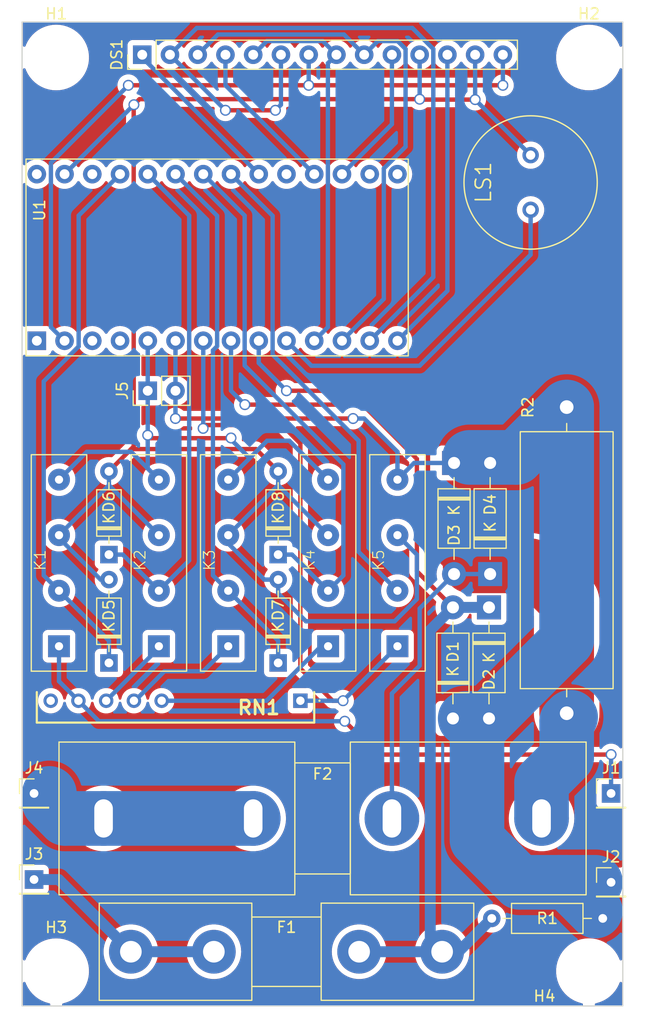
<source format=kicad_pcb>
(kicad_pcb (version 20221018) (generator pcbnew)
  (layers (0 "F.Cu" signal) (31 "B.Cu" signal) (34 "B.Paste" user) (35 "F.Paste" user) (36 "B.SilkS" user "B.Silkscreen") (37 "F.SilkS" user "F.Silkscreen") (38 "B.Mask" user) (39 "F.Mask" user) (44 "Edge.Cuts" user))
  (net 0 "")
  (net 1 "+3.3V")
  (net 2 "GND")
  (net 7 "Net-(U1-A5)")
  (net 13 "/Input Common")
  (net 14 "/mA ADC In")
  (net 15 "/A ADC In")
  (net 16 "/TOUCH IRQ")
  (net 17 "/MISO")
  (net 18 "/MOSI")
  (net 19 "/TOUCH CS")
  (net 20 "/SCK")
  (net 21 "/TFT DC")
  (net 22 "/TFT CS")
  (net 23 "/mA In")
  (net 24 "/A In")
  (net 25 "/V{slash}Ohm In")
  (net 26 "/V{slash}Ohm ADC In")
  (net 27 "/Low Range Control")
  (net 28 "/Med Range Control")
  (net 29 "/High Range Control")
  (net 30 "/UH Range Control")
  (net 31 "/Ohm Vout")
  (net 32 "/V{slash}Ohm Control")
  (net 33 "Net-(K2-COM)")
  (net 34 "Net-(K3-COM)")
  (net 35 "Net-(K4-COM)")
  (footprint "502ProjectFootprints:SIL03-1A72-71_4" (layer "F.Cu") (at 195.326 102.616 90)
    (fp_text reference "K3" (at 0.254 -1.73 90 unlocked) (layer "F.SilkS") (effects (font (thickness 0.1))))
    (fp_text value "High Range")
    (fp_rect (start -9.9 -2.54) (end 9.9 2.54) (stroke (width 0.12)) (fill none) (layer "F.SilkS"))
    (pad "1" thru_hole rect (at -7.62 0 90) (size 2 2) (drill 0.75) (layers "*.Cu" "*.Mask") (net 34 "Net-(K3-COM)"))
    (pad "3" thru_hole circle (at -2.54 0 90) (size 2 2) (drill 0.75) (layers "*.Cu" "*.Mask" "Eco1.User") (net 29 "/High Range Control"))
    (pad "5" thru_hole circle (at 2.54 0 90) (size 2 2) (drill 0.75) (layers "*.Cu" "*.Mask") (net 2 "GND"))
    (pad "7" thru_hole circle (at 7.62 0 90) (size 2 2) (drill 0.75) (layers "*.Cu" "*.Mask") (net 26 "/V{slash}Ohm ADC In"))
  )
  (footprint "502ProjectFootprints:MountingHole_3mm" (layer "F.Cu") (at 228.346 139.954)
    (fp_text reference "H4" (at -4.064 2.286) (layer "F.SilkS"))
    (fp_text value "MountingHole")
    (pad "" np_thru_hole circle (at 0 0) (size 3 3) (drill 3) (layers "F&B.Cu" "*.Mask") (clearance 1.5))
  )
  (footprint "Diode_THT:D_DO-35_SOD27_P7.62mm_Horizontal" (layer "F.Cu") (at 184.404 101.854 90)
    (fp_text reference "D6" (at 4.826 0 90) (layer "F.SilkS"))
    (fp_text value "1N4148")
    (fp_text user "K" (at 3.302 0 90) (layer "F.SilkS"))
    (fp_line (start 1.04 0) (end 1.69 0) (stroke (width 0.12)) (layer "F.SilkS"))
    (fp_line (start 1.69 -1.12) (end 1.69 1.12) (stroke (width 0.12)) (layer "F.SilkS"))
    (fp_line (start 1.69 1.12) (end 5.93 1.12) (stroke (width 0.12)) (layer "F.SilkS"))
    (fp_line (start 2.29 -1.12) (end 2.29 1.12) (stroke (width 0.12)) (layer "F.SilkS"))
    (fp_line (start 2.41 -1.12) (end 2.41 1.12) (stroke (width 0.12)) (layer "F.SilkS"))
    (fp_line (start 2.53 -1.12) (end 2.53 1.12) (stroke (width 0.12)) (layer "F.SilkS"))
    (fp_line (start 5.93 -1.12) (end 1.69 -1.12) (stroke (width 0.12)) (layer "F.SilkS"))
    (fp_line (start 5.93 1.12) (end 5.93 -1.12) (stroke (width 0.12)) (layer "F.SilkS"))
    (fp_line (start 6.58 0) (end 5.93 0) (stroke (width 0.12)) (layer "F.SilkS"))
    (pad "1" thru_hole rect (at 0 0 90) (size 1.6 1.6) (drill 0.8) (layers "*.Cu" "*.Mask") (net 28 "/Med Range Control"))
    (pad "2" thru_hole oval (at 7.62 0 90) (size 1.6 1.6) (drill 0.8) (layers "*.Cu" "*.Mask") (net 2 "GND"))
  )
  (footprint "502ProjectFootprints:PinHeader_1x01_P2.54mm_Vertical_H0.8mm" (layer "F.Cu") (at 177.546 123.698)
    (fp_text reference "J4" (at 0 -2.33) (layer "F.SilkS"))
    (fp_text value "A")
    (fp_line (start -1.33 -1.33) (end 0 -1.33) (stroke (width 0.12)) (layer "F.SilkS"))
    (fp_line (start -1.33 0) (end -1.33 -1.33) (stroke (width 0.12)) (layer "F.SilkS"))
    (fp_line (start -1.33 1.27) (end -1.33 1.33) (stroke (width 0.12)) (layer "F.SilkS"))
    (fp_line (start -1.33 1.27) (end 1.33 1.27) (stroke (width 0.12)) (layer "F.SilkS"))
    (fp_line (start -1.33 1.33) (end 1.33 1.33) (stroke (width 0.12)) (layer "F.SilkS"))
    (fp_line (start 1.33 1.27) (end 1.33 1.33) (stroke (width 0.12)) (layer "F.SilkS"))
    (pad "1" thru_hole rect (at 0 0) (size 1.7 1.7) (drill 0.8) (layers "*.Cu" "*.Mask") (net 24 "/A In"))
  )
  (footprint "Diode_THT:D_DO-41_SOD81_P10.16mm_Horizontal" (layer "F.Cu") (at 219.202 106.68 -90)
    (fp_text reference "D2" (at 6.604 0 90) (layer "F.SilkS"))
    (fp_text value "1N4001")
    (fp_text user "K" (at 4.572 0 90) (layer "F.SilkS"))
    (fp_line (start 1.34 0) (end 2.36 0) (stroke (width 0.12)) (layer "F.SilkS"))
    (fp_line (start 2.36 -1.47) (end 2.36 1.47) (stroke (width 0.12)) (layer "F.SilkS"))
    (fp_line (start 2.36 1.47) (end 7.8 1.47) (stroke (width 0.12)) (layer "F.SilkS"))
    (fp_line (start 3.14 -1.47) (end 3.14 1.47) (stroke (width 0.12)) (layer "F.SilkS"))
    (fp_line (start 3.26 -1.47) (end 3.26 1.47) (stroke (width 0.12)) (layer "F.SilkS"))
    (fp_line (start 3.38 -1.47) (end 3.38 1.47) (stroke (width 0.12)) (layer "F.SilkS"))
    (fp_line (start 7.8 -1.47) (end 2.36 -1.47) (stroke (width 0.12)) (layer "F.SilkS"))
    (fp_line (start 7.8 1.47) (end 7.8 -1.47) (stroke (width 0.12)) (layer "F.SilkS"))
    (fp_line (start 8.82 0) (end 7.8 0) (stroke (width 0.12)) (layer "F.SilkS"))
    (pad "1" thru_hole rect (at 0 0 270) (size 2.2 2.2) (drill 1.1) (layers "*.Cu" "*.Mask") (net 14 "/mA ADC In"))
    (pad "2" thru_hole oval (at 10.16 0 270) (size 2.2 2.2) (drill 1.1) (layers "*.Cu" "*.Mask") (net 13 "/Input Common"))
  )
  (footprint "502ProjectFootprints:SIL03-1A72-71_4" (layer "F.Cu") (at 210.82 102.616 90)
    (fp_text reference "K5" (at 0.254 -1.73 90 unlocked) (layer "F.SilkS") (effects (font (thickness 0.1))))
    (fp_text value "V/Ohm Switch")
    (fp_rect (start -9.9 -2.54) (end 9.9 2.54) (stroke (width 0.12)) (fill none) (layer "F.SilkS"))
    (pad "1" thru_hole rect (at -7.62 0 90) (size 2 2) (drill 0.75) (layers "*.Cu" "*.Mask") (net 31 "/Ohm Vout"))
    (pad "3" thru_hole circle (at -2.54 0 90) (size 2 2) (drill 0.75) (layers "*.Cu" "*.Mask" "Eco1.User") (net 32 "/V{slash}Ohm Control"))
    (pad "5" thru_hole circle (at 2.54 0 90) (size 2 2) (drill 0.75) (layers "*.Cu" "*.Mask") (net 2 "GND"))
    (pad "7" thru_hole circle (at 7.62 0 90) (size 2 2) (drill 0.75) (layers "*.Cu" "*.Mask") (net 13 "/Input Common"))
  )
  (footprint "Diode_THT:D_DO-41_SOD81_P10.16mm_Horizontal" (layer "F.Cu") (at 215.9 116.84 90)
    (fp_text reference "D1" (at 6.096 0 90) (layer "F.SilkS"))
    (fp_text value "1N4001")
    (fp_text user "K" (at 4.318 0 90) (layer "F.SilkS"))
    (fp_line (start 1.34 0) (end 2.36 0) (stroke (width 0.12)) (layer "F.SilkS"))
    (fp_line (start 2.36 -1.47) (end 2.36 1.47) (stroke (width 0.12)) (layer "F.SilkS"))
    (fp_line (start 2.36 1.47) (end 7.8 1.47) (stroke (width 0.12)) (layer "F.SilkS"))
    (fp_line (start 3.14 -1.47) (end 3.14 1.47) (stroke (width 0.12)) (layer "F.SilkS"))
    (fp_line (start 3.26 -1.47) (end 3.26 1.47) (stroke (width 0.12)) (layer "F.SilkS"))
    (fp_line (start 3.38 -1.47) (end 3.38 1.47) (stroke (width 0.12)) (layer "F.SilkS"))
    (fp_line (start 7.8 -1.47) (end 2.36 -1.47) (stroke (width 0.12)) (layer "F.SilkS"))
    (fp_line (start 7.8 1.47) (end 7.8 -1.47) (stroke (width 0.12)) (layer "F.SilkS"))
    (fp_line (start 8.82 0) (end 7.8 0) (stroke (width 0.12)) (layer "F.SilkS"))
    (pad "1" thru_hole rect (at 0 0 90) (size 2.2 2.2) (drill 1.1) (layers "*.Cu" "*.Mask") (net 13 "/Input Common"))
    (pad "2" thru_hole oval (at 10.16 0 90) (size 2.2 2.2) (drill 1.1) (layers "*.Cu" "*.Mask") (net 14 "/mA ADC In"))
  )
  (footprint "502ProjectFootprints:PinHeader_1x01_P2.54mm_Vertical_H0.8mm" (layer "F.Cu") (at 177.546 131.572)
    (fp_text reference "J3" (at 0 -2.33) (layer "F.SilkS"))
    (fp_text value "mA")
    (fp_line (start -1.33 -1.33) (end 0 -1.33) (stroke (width 0.12)) (layer "F.SilkS"))
    (fp_line (start -1.33 0) (end -1.33 -1.33) (stroke (width 0.12)) (layer "F.SilkS"))
    (fp_line (start -1.33 1.27) (end -1.33 1.33) (stroke (width 0.12)) (layer "F.SilkS"))
    (fp_line (start -1.33 1.27) (end 1.33 1.27) (stroke (width 0.12)) (layer "F.SilkS"))
    (fp_line (start -1.33 1.33) (end 1.33 1.33) (stroke (width 0.12)) (layer "F.SilkS"))
    (fp_line (start 1.33 1.27) (end 1.33 1.33) (stroke (width 0.12)) (layer "F.SilkS"))
    (pad "1" thru_hole rect (at 0 0) (size 1.7 1.7) (drill 0.8) (layers "*.Cu" "*.Mask") (net 23 "/mA In"))
  )
  (footprint "502ProjectFootprints:LF124061_2" (layer "F.Cu") (at 200.66 138.176)
    (fp_text reference "F1" (at 0 -2.238 unlocked) (layer "F.SilkS"))
    (fp_text value "250mA Fuse")
    (fp_line (start -3.175 -3.175) (end 3.175 -3.175) (stroke (width 0.12)) (layer "F.SilkS"))
    (fp_line (start 3.175 3.175) (end -3.175 3.175) (stroke (width 0.12)) (layer "F.SilkS"))
    (fp_rect (start -17.145 -4.445) (end -3.175 4.445) (stroke (width 0.12)) (fill none) (layer "F.SilkS"))
    (fp_rect (start 3.175 -4.445) (end 17.145 4.445) (stroke (width 0.12)) (fill none) (layer "F.SilkS"))
    (pad "1" thru_hole circle (at -14.25 0) (size 4 4) (drill 1.98) (layers "*.Cu" "*.Mask") (net 23 "/mA In"))
    (pad "2" thru_hole circle (at -6.65 0) (size 4 4) (drill 1.98) (layers "*.Cu" "*.Mask") (net 23 "/mA In"))
    (pad "3" thru_hole circle (at 6.65 0) (size 4 4) (drill 1.98) (layers "*.Cu" "*.Mask") (net 14 "/mA ADC In"))
    (pad "4" thru_hole circle (at 14.25 0) (size 4 4) (drill 1.98) (layers "*.Cu" "*.Mask") (net 14 "/mA ADC In"))
  )
  (footprint "502ProjectFootprints:MountingHole_3mm" (layer "F.Cu") (at 179.578 139.954)
    (fp_text reference "H3" (at 0 -4) (layer "F.SilkS"))
    (fp_text value "MountingHole")
    (pad "" np_thru_hole circle (at 0 0) (size 3 3) (drill 3) (layers "F&B.Cu" "*.Mask") (clearance 1.5))
  )
  (footprint "502ProjectFootprints:LOB-1528272_3" (layer "F.Cu") (at 226.314 102.362 90)
    (fp_text reference "R2" (at 13.97 -3.556 90 unlocked) (layer "F.SilkS"))
    (fp_text value "0.05 Ohm")
    (fp_line (start -11.75 0) (end -12.5 0) (stroke (width 0.12)) (layer "F.SilkS"))
    (fp_line (start 11.75 0) (end 12.5 0) (stroke (width 0.12)) (layer "F.SilkS"))
    (fp_rect (start -11.75 -4.25) (end 11.75 4.25) (stroke (width 0.12)) (fill none) (layer "F.SilkS"))
    (pad "1" thru_hole circle (at -14 0 90) (size 3 3) (drill 1.25) (layers "*.Cu" "*.Mask") (net 15 "/A ADC In"))
    (pad "2" thru_hole circle (at 14 0 90) (size 3 3) (drill 1.25) (layers "*.Cu" "*.Mask") (net 13 "/Input Common"))
  )
  (footprint "502ProjectFootprints:MountingHole_3mm" (layer "F.Cu") (at 179.578 56.388)
    (fp_text reference "H1" (at 0 -4) (layer "F.SilkS"))
    (fp_text value "MountingHole")
    (pad "" np_thru_hole circle (at 0 0) (size 3 3) (drill 3) (layers "F&B.Cu" "*.Mask") (clearance 1.5))
  )
  (footprint "502ProjectFootprints:PinHeader_1x01_P2.54mm_Vertical_H0.8mm" (layer "F.Cu") (at 230.378 123.698)
    (fp_text reference "J1" (at 0 -2.33) (layer "F.SilkS"))
    (fp_text value "V/Ohm")
    (fp_line (start -1.33 -1.33) (end 0 -1.33) (stroke (width 0.12)) (layer "F.SilkS"))
    (fp_line (start -1.33 0) (end -1.33 -1.33) (stroke (width 0.12)) (layer "F.SilkS"))
    (fp_line (start -1.33 1.27) (end -1.33 1.33) (stroke (width 0.12)) (layer "F.SilkS"))
    (fp_line (start -1.33 1.27) (end 1.33 1.27) (stroke (width 0.12)) (layer "F.SilkS"))
    (fp_line (start -1.33 1.33) (end 1.33 1.33) (stroke (width 0.12)) (layer "F.SilkS"))
    (fp_line (start 1.33 1.27) (end 1.33 1.33) (stroke (width 0.12)) (layer "F.SilkS"))
    (pad "1" thru_hole rect (at 0 0) (size 1.7 1.7) (drill 0.8) (layers "*.Cu" "*.Mask") (net 25 "/V{slash}Ohm In"))
  )
  (footprint "Resistor_THT:R_Axial_DIN0207_L6.3mm_D2.5mm_P10.16mm_Horizontal" (layer "F.Cu") (at 219.456 135.128)
    (fp_text reference "R1" (at 5.08 0) (layer "F.SilkS"))
    (fp_text value "5 Ohm")
    (fp_line (start 1.04 0) (end 1.81 0) (stroke (width 0.12)) (layer "F.SilkS"))
    (fp_line (start 1.81 -1.37) (end 1.81 1.37) (stroke (width 0.12)) (layer "F.SilkS"))
    (fp_line (start 1.81 1.37) (end 8.35 1.37) (stroke (width 0.12)) (layer "F.SilkS"))
    (fp_line (start 8.35 -1.37) (end 1.81 -1.37) (stroke (width 0.12)) (layer "F.SilkS"))
    (fp_line (start 8.35 1.37) (end 8.35 -1.37) (stroke (width 0.12)) (layer "F.SilkS"))
    (fp_line (start 9.12 0) (end 8.35 0) (stroke (width 0.12)) (layer "F.SilkS"))
    (pad "1" thru_hole circle (at 0 0) (size 1.6 1.6) (drill 0.8) (layers "*.Cu" "*.Mask") (net 14 "/mA ADC In"))
    (pad "2" thru_hole oval (at 10.16 0) (size 1.6 1.6) (drill 0.8) (layers "*.Cu" "*.Mask") (net 13 "/Input Common"))
  )
  (footprint "502ProjectFootprints:PinHeader_1x01_P2.54mm_Vertical_H0.8mm" (layer "F.Cu") (at 230.378 131.826)
    (fp_text reference "J2" (at 0 -2.33) (layer "F.SilkS"))
    (fp_text value "Com")
    (fp_line (start -1.33 -1.33) (end 0 -1.33) (stroke (width 0.12)) (layer "F.SilkS"))
    (fp_line (start -1.33 0) (end -1.33 -1.33) (stroke (width 0.12)) (layer "F.SilkS"))
    (fp_line (start -1.33 1.27) (end -1.33 1.33) (stroke (width 0.12)) (layer "F.SilkS"))
    (fp_line (start -1.33 1.27) (end 1.33 1.27) (stroke (width 0.12)) (layer "F.SilkS"))
    (fp_line (start -1.33 1.33) (end 1.33 1.33) (stroke (width 0.12)) (layer "F.SilkS"))
    (fp_line (start 1.33 1.27) (end 1.33 1.33) (stroke (width 0.12)) (layer "F.SilkS"))
    (pad "1" thru_hole rect (at 0 0) (size 1.7 1.7) (drill 0.8) (layers "*.Cu" "*.Mask") (net 13 "/Input Common"))
  )
  (footprint "502ProjectFootprints:LF124041_3" (layer "F.Cu") (at 203.962 125.984)
    (fp_text reference "F2" (at 0 -4.064 unlocked) (layer "F.SilkS"))
    (fp_text value "10A Fuse")
    (fp_rect (start -24.13 -6.985) (end -2.54 6.985) (stroke (width 0.12)) (fill none) (layer "F.SilkS"))
    (fp_rect (start -2.54 -5.08) (end 2.54 5.08) (stroke (width 0.12)) (fill none) (layer "F.SilkS"))
    (fp_rect (start 24.13 -6.985) (end 2.54 6.985) (stroke (width 0.12)) (fill none) (layer "F.SilkS"))
    (pad "1" thru_hole circle (at -20.05 0) (size 5 5) (drill oval 1.7 3.5) (layers "*.Cu" "*.Mask") (net 24 "/A In"))
    (pad "2" thru_hole circle (at -6.35 0) (size 5 5) (drill oval 1.7 3.5) (layers "*.Cu" "*.Mask") (net 24 "/A In"))
    (pad "3" thru_hole circle (at 6.35 0) (size 5 5) (drill oval 1.7 3.5) (layers "*.Cu" "*.Mask") (net 15 "/A ADC In"))
    (pad "4" thru_hole circle (at 20.05 0) (size 5 5) (drill oval 1.7 3.5) (layers "*.Cu" "*.Mask") (net 15 "/A ADC In"))
  )
  (footprint "Diode_THT:D_DO-35_SOD27_P7.62mm_Horizontal" (layer "F.Cu") (at 199.898 101.854 90)
    (fp_text reference "D8" (at 4.826 0 90) (layer "F.SilkS"))
    (fp_text value "1N4148")
    (fp_text user "K" (at 3.302 0 90) (layer "F.SilkS"))
    (fp_line (start 1.04 0) (end 1.69 0) (stroke (width 0.12)) (layer "F.SilkS"))
    (fp_line (start 1.69 -1.12) (end 1.69 1.12) (stroke (width 0.12)) (layer "F.SilkS"))
    (fp_line (start 1.69 1.12) (end 5.93 1.12) (stroke (width 0.12)) (layer "F.SilkS"))
    (fp_line (start 2.29 -1.12) (end 2.29 1.12) (stroke (width 0.12)) (layer "F.SilkS"))
    (fp_line (start 2.41 -1.12) (end 2.41 1.12) (stroke (width 0.12)) (layer "F.SilkS"))
    (fp_line (start 2.53 -1.12) (end 2.53 1.12) (stroke (width 0.12)) (layer "F.SilkS"))
    (fp_line (start 5.93 -1.12) (end 1.69 -1.12) (stroke (width 0.12)) (layer "F.SilkS"))
    (fp_line (start 5.93 1.12) (end 5.93 -1.12) (stroke (width 0.12)) (layer "F.SilkS"))
    (fp_line (start 6.58 0) (end 5.93 0) (stroke (width 0.12)) (layer "F.SilkS"))
    (pad "1" thru_hole rect (at 0 0 90) (size 1.6 1.6) (drill 0.8) (layers "*.Cu" "*.Mask") (net 30 "/UH Range Control"))
    (pad "2" thru_hole oval (at 7.62 0 90) (size 1.6 1.6) (drill 0.8) (layers "*.Cu" "*.Mask") (net 2 "GND"))
  )
  (footprint "Diode_THT:D_DO-35_SOD27_P7.62mm_Horizontal" (layer "F.Cu") (at 199.898 111.76 90)
    (fp_text reference "D7" (at 4.826 0 90) (layer "F.SilkS"))
    (fp_text value "1N4148")
    (fp_text user "K" (at 3.302 0 90) (layer "F.SilkS"))
    (fp_line (start 1.04 0) (end 1.69 0) (stroke (width 0.12)) (layer "F.SilkS"))
    (fp_line (start 1.69 -1.12) (end 1.69 1.12) (stroke (width 0.12)) (layer "F.SilkS"))
    (fp_line (start 1.69 1.12) (end 5.93 1.12) (stroke (width 0.12)) (layer "F.SilkS"))
    (fp_line (start 2.29 -1.12) (end 2.29 1.12) (stroke (width 0.12)) (layer "F.SilkS"))
    (fp_line (start 2.41 -1.12) (end 2.41 1.12) (stroke (width 0.12)) (layer "F.SilkS"))
    (fp_line (start 2.53 -1.12) (end 2.53 1.12) (stroke (width 0.12)) (layer "F.SilkS"))
    (fp_line (start 5.93 -1.12) (end 1.69 -1.12) (stroke (width 0.12)) (layer "F.SilkS"))
    (fp_line (start 5.93 1.12) (end 5.93 -1.12) (stroke (width 0.12)) (layer "F.SilkS"))
    (fp_line (start 6.58 0) (end 5.93 0) (stroke (width 0.12)) (layer "F.SilkS"))
    (pad "1" thru_hole rect (at 0 0 90) (size 1.6 1.6) (drill 0.8) (layers "*.Cu" "*.Mask") (net 29 "/High Range Control"))
    (pad "2" thru_hole oval (at 7.62 0 90) (size 1.6 1.6) (drill 0.8) (layers "*.Cu" "*.Mask") (net 2 "GND"))
  )
  (footprint "502ProjectFootprints:SIL03-1A72-71_4" (layer "F.Cu") (at 179.832 102.616 90)
    (fp_text reference "K1" (at 0.254 -1.73 90 unlocked) (layer "F.SilkS") (effects (font (thickness 0.1))))
    (fp_text value "Low Range")
    (fp_rect (start -9.9 -2.54) (end 9.9 2.54) (stroke (width 0.12)) (fill none) (layer "F.SilkS"))
    (pad "1" thru_hole rect (at -7.62 0 90) (size 2 2) (drill 0.75) (layers "*.Cu" "*.Mask") (net 25 "/V{slash}Ohm In"))
    (pad "3" thru_hole circle (at -2.54 0 90) (size 2 2) (drill 0.75) (layers "*.Cu" "*.Mask" "Eco1.User") (net 27 "/Low Range Control"))
    (pad "5" thru_hole circle (at 2.54 0 90) (size 2 2) (drill 0.75) (layers "*.Cu" "*.Mask") (net 2 "GND"))
    (pad "7" thru_hole circle (at 7.62 0 90) (size 2 2) (drill 0.75) (layers "*.Cu" "*.Mask") (net 26 "/V{slash}Ohm ADC In"))
  )
  (footprint "502ProjectFootprints:PinHeader_1x02_P2.54mm_Vertical_H0.9mm" (layer "F.Cu") (at 187.955 86.868 90)
    (fp_text reference "J5" (at 0 -2.33 90) (layer "F.SilkS"))
    (fp_text value "Parallel Prot")
    (fp_line (start -1.33 -1.33) (end 0 -1.33) (stroke (width 0.12)) (layer "F.SilkS"))
    (fp_line (start -1.33 0) (end -1.33 -1.33) (stroke (width 0.12)) (layer "F.SilkS"))
    (fp_line (start -1.33 1.27) (end -1.33 3.87) (stroke (width 0.12)) (layer "F.SilkS"))
    (fp_line (start -1.33 1.27) (end 1.33 1.27) (stroke (width 0.12)) (layer "F.SilkS"))
    (fp_line (start -1.33 3.87) (end 1.33 3.87) (stroke (width 0.12)) (layer "F.SilkS"))
    (fp_line (start 1.33 1.27) (end 1.33 3.87) (stroke (width 0.12)) (layer "F.SilkS"))
    (pad "1" thru_hole rect (at 0 0 90) (size 1.7 1.7) (drill 0.9) (layers "*.Cu" "*.Mask") (net 26 "/V{slash}Ohm ADC In"))
    (pad "2" thru_hole oval (at 0 2.54 90) (size 1.7 1.7) (drill 0.9) (layers "*.Cu" "*.Mask") (net 13 "/Input Common"))
  )
  (footprint "502ProjectFootprints:PinHeader_1x14_P2.54mm_Vertical_H0.9mm" (layer "F.Cu") (at 187.452 56.134 90)
    (fp_text reference "DS1" (at 0 -2.33 90) (layer "F.SilkS"))
    (fp_text value "TFT_Interface")
    (fp_line (start -1.33 -1.33) (end 0 -1.33) (stroke (width 0.12)) (layer "F.SilkS"))
    (fp_line (start -1.33 0) (end -1.33 -1.33) (stroke (width 0.12)) (layer "F.SilkS"))
    (fp_line (start -1.33 1.27) (end -1.33 34.35) (stroke (width 0.12)) (layer "F.SilkS"))
    (fp_line (start -1.33 1.27) (end 1.33 1.27) (stroke (width 0.12)) (layer "F.SilkS"))
    (fp_line (start -1.33 34.35) (end 1.33 34.35) (stroke (width 0.12)) (layer "F.SilkS"))
    (fp_line (start 1.33 1.27) (end 1.33 34.35) (stroke (width 0.12)) (layer "F.SilkS"))
    (pad "1" thru_hole rect (at 0 0 90) (size 1.7 1.7) (drill 0.9) (layers "*.Cu" "*.Mask") (net 16 "/TOUCH IRQ"))
    (pad "2" thru_hole oval (at 0 2.54 90) (size 1.7 1.7) (drill 0.9) (layers "*.Cu" "*.Mask") (net 17 "/MISO"))
    (pad "3" thru_hole oval (at 0 5.08 90) (size 1.7 1.7) (drill 0.9) (layers "*.Cu" "*.Mask") (net 18 "/MOSI"))
    (pad "4" thru_hole oval (at 0 7.62 90) (size 1.7 1.7) (drill 0.9) (layers "*.Cu" "*.Mask") (net 19 "/TOUCH CS"))
    (pad "5" thru_hole oval (at 0 10.16 90) (size 1.7 1.7) (drill 0.9) (layers "*.Cu" "*.Mask") (net 20 "/SCK"))
    (pad "6" thru_hole oval (at 0 12.7 90) (size 1.7 1.7) (drill 0.9) (layers "*.Cu" "*.Mask") (net 17 "/MISO"))
    (pad "7" thru_hole oval (at 0 15.24 90) (size 1.7 1.7) (drill 0.9) (layers "*.Cu" "*.Mask") (net 1 "+3.3V"))
    (pad "8" thru_hole oval (at 0 17.78 90) (size 1.7 1.7) (drill 0.9) (layers "*.Cu" "*.Mask") (net 20 "/SCK"))
    (pad "9" thru_hole oval (at 0 20.32 90) (size 1.7 1.7) (drill 0.9) (layers "*.Cu" "*.Mask") (net 18 "/MOSI"))
    (pad "10" thru_hole oval (at 0 22.86 90) (size 1.7 1.7) (drill 0.9) (layers "*.Cu" "*.Mask") (net 21 "/TFT DC"))
    (pad "11" thru_hole oval (at 0 25.4 90) (size 1.7 1.7) (drill 0.9) (layers "*.Cu" "*.Mask") (net 2 "GND"))
    (pad "12" thru_hole oval (at 0 27.94 90) (size 1.7 1.7) (drill 0.9) (layers "*.Cu" "*.Mask") (net 22 "/TFT CS"))
    (pad "13" thru_hole oval (at 0 30.48 90) (size 1.7 1.7) (drill 0.9) (layers "*.Cu" "*.Mask") (net 2 "GND"))
    (pad "14" thru_hole oval (at 0 33.02 90) (size 1.7 1.7) (drill 0.9) (layers "*.Cu" "*.Mask") (net 1 "+3.3V"))
  )
  (footprint "502ProjectFootprints:1776-C68-1" (layer "F.Cu") (at 201.93 115.219 180)
    (fp_text reference "RN1" (at 3.81 -0.635) (layer "F.SilkS") (effects (font (size 1.27 1.27) (thickness 0.254))))
    (fp_text value "1776-C68" hide)
    (fp_line (start -1.8 0) (end -1.8 0) (stroke (width 0.1)) (layer "F.SilkS"))
    (fp_line (start -1.7 0) (end -1.7 0) (stroke (width 0.1)) (layer "F.SilkS"))
    (fp_line (start -1.27 -2) (end 24.13 -2) (stroke (width 0.2)) (layer "F.SilkS"))
    (fp_line (start -1.27 0.79) (end -1.27 -2) (stroke (width 0.2)) (layer "F.SilkS"))
    (fp_line (start 24.13 -2) (end 24.13 0.79) (stroke (width 0.2)) (layer "F.SilkS"))
    (fp_arc (start -1.8 0) (mid -1.75 -0.05) (end -1.7 0) (stroke (width 0.1)) (layer "F.SilkS"))
    (fp_arc (start -1.7 0) (mid -1.75 0.05) (end -1.8 0) (stroke (width 0.1)) (layer "F.SilkS"))
    (pad "1" thru_hole circle (at 22.86 0 180) (size 1.32 1.32) (drill 0.77) (layers "*.Cu" "*.Mask"))
    (pad "2" thru_hole circle (at 20.32 0 180) (size 1.32 1.32) (drill 0.77) (layers "*.Cu" "*.Mask") (net 25 "/V{slash}Ohm In"))
    (pad "3" thru_hole circle (at 17.78 0 180) (size 1.32 1.32) (drill 0.77) (layers "*.Cu" "*.Mask") (net 33 "Net-(K2-COM)"))
    (pad "4" thru_hole circle (at 15.24 0 180) (size 1.32 1.32) (drill 0.77) (layers "*.Cu" "*.Mask") (net 34 "Net-(K3-COM)"))
    (pad "5" thru_hole circle (at 12.7 0 180) (size 1.32 1.32) (drill 0.77) (layers "*.Cu" "*.Mask") (net 35 "Net-(K4-COM)"))
    (pad "6" thru_hole rect (at 0 0 180) (size 1.32 1.32) (drill 0.77) (layers "*.Cu" "*.Mask") (net 31 "/Ohm Vout"))
  )
  (footprint "Diode_THT:D_DO-41_SOD81_P10.16mm_Horizontal" (layer "F.Cu") (at 219.304 103.632 90)
    (fp_text reference "D4" (at 6.35 0 90) (layer "F.SilkS"))
    (fp_text value "1N4001")
    (fp_text user "K" (at 4.318 0 90) (layer "F.SilkS"))
    (fp_line (start 1.34 0) (end 2.36 0) (stroke (width 0.12)) (layer "F.SilkS"))
    (fp_line (start 2.36 -1.47) (end 2.36 1.47) (stroke (width 0.12)) (layer "F.SilkS"))
    (fp_line (start 2.36 1.47) (end 7.8 1.47) (stroke (width 0.12)) (layer "F.SilkS"))
    (fp_line (start 3.14 -1.47) (end 3.14 1.47) (stroke (width 0.12)) (layer "F.SilkS"))
    (fp_line (start 3.26 -1.47) (end 3.26 1.47) (stroke (width 0.12)) (layer "F.SilkS"))
    (fp_line (start 3.38 -1.47) (end 3.38 1.47) (stroke (width 0.12)) (layer "F.SilkS"))
    (fp_line (start 7.8 -1.47) (end 2.36 -1.47) (stroke (width 0.12)) (layer "F.SilkS"))
    (fp_line (start 7.8 1.47) (end 7.8 -1.47) (stroke (width 0.12)) (layer "F.SilkS"))
    (fp_line (start 8.82 0) (end 7.8 0) (stroke (width 0.12)) (layer "F.SilkS"))
    (pad "1" thru_hole rect (at 0 0 90) (size 2.2 2.2) (drill 1.1) (layers "*.Cu" "*.Mask") (net 15 "/A ADC In"))
    (pad "2" thru_hole oval (at 10.16 0 90) (size 2.2 2.2) (drill 1.1) (layers "*.Cu" "*.Mask") (net 13 "/Input Common"))
  )
  (footprint "502ProjectFootprints:XDCR_PS1240P02BT" (layer "F.Cu") (at 223.012 67.818 90)
    (fp_text reference "LS1" (at 0 -4.318 90) (layer "F.SilkS") (effects (font (size 1.4 1.4))))
    (fp_text value "PS1240P02BT")
    (fp_circle (center 0 0) (end 6.1 0) (stroke (width 0.127)) (fill none) (layer "F.SilkS"))
    (pad "1" thru_hole circle (at -2.5 0 90) (size 1.5 1.5) (drill 0.85) (layers "*.Cu" "*.Mask") (net 7 "Net-(U1-A5)"))
    (pad "2" thru_hole circle (at 2.5 0 90) (size 1.5 1.5) (drill 0.85) (layers "*.Cu" "*.Mask") (net 2 "GND"))
  )
  (footprint "Diode_THT:D_DO-35_SOD27_P7.62mm_Horizontal" (layer "F.Cu") (at 184.404 111.76 90)
    (fp_text reference "D5" (at 4.826 0 90) (layer "F.SilkS"))
    (fp_text value "1N4148")
    (fp_text user "K" (at 3.302 0 90) (layer "F.SilkS"))
    (fp_line (start 1.04 0) (end 1.69 0) (stroke (width 0.12)) (layer "F.SilkS"))
    (fp_line (start 1.69 -1.12) (end 1.69 1.12) (stroke (width 0.12)) (layer "F.SilkS"))
    (fp_line (start 1.69 1.12) (end 5.93 1.12) (stroke (width 0.12)) (layer "F.SilkS"))
    (fp_line (start 2.29 -1.12) (end 2.29 1.12) (stroke (width 0.12)) (layer "F.SilkS"))
    (fp_line (start 2.41 -1.12) (end 2.41 1.12) (stroke (width 0.12)) (layer "F.SilkS"))
    (fp_line (start 2.53 -1.12) (end 2.53 1.12) (stroke (width 0.12)) (layer "F.SilkS"))
    (fp_line (start 5.93 -1.12) (end 1.69 -1.12) (stroke (width 0.12)) (layer "F.SilkS"))
    (fp_line (start 5.93 1.12) (end 5.93 -1.12) (stroke (width 0.12)) (layer "F.SilkS"))
    (fp_line (start 6.58 0) (end 5.93 0) (stroke (width 0.12)) (layer "F.SilkS"))
    (pad "1" thru_hole rect (at 0 0 90) (size 1.6 1.6) (drill 0.8) (layers "*.Cu" "*.Mask") (net 27 "/Low Range Control"))
    (pad "2" thru_hole oval (at 7.62 0 90) (size 1.6 1.6) (drill 0.8) (layers "*.Cu" "*.Mask") (net 2 "GND"))
  )
  (footprint "502ProjectFootprints:MountingHole_3mm" (layer "F.Cu") (at 228.346 56.388)
    (fp_text reference "H2" (at 0 -4) (layer "F.SilkS"))
    (fp_text value "MountingHole")
    (pad "" np_thru_hole circle (at 0 0) (size 3 3) (drill 3) (layers "F&B.Cu" "*.Mask") (clearance 1.5))
  )
  (footprint "502ProjectFootprints:ItsyBitsy" (layer "F.Cu") (at 194.31 74.676 90)
    (fp_text reference "U1" (at 4.318 -16.256 90 unlocked) (layer "F.SilkS"))
    (fp_text value "ItsyBitsy_NRF52840_Big")
    (fp_rect (start -9 -17.5) (end 9 17.5) (stroke (width 0.12)) (fill none) (layer "F.SilkS"))
    (pad "1" thru_hole rect (at -7.62 -16.51 90) (size 1.7 1.7) (drill 0.9) (layers "*.Cu" "*.Mask"))
    (pad "2" thru_hole circle (at -7.62 -13.97 90) (size 1.7 1.7) (drill 0.9) (layers "*.Cu" "*.Mask") (net 1 "+3.3V"))
    (pad "3" thru_hole circle (at -7.62 -11.43 90) (size 1.7 1.7) (drill 0.9) (layers "*.Cu" "*.Mask"))
    (pad "4" thru_hole circle (at -7.62 -8.89 90) (size 1.7 1.7) (drill 0.9) (layers "*.Cu" "*.Mask"))
    (pad "5" thru_hole circle (at -7.62 -6.35 90) (size 1.7 1.7) (drill 0.9) (layers "*.Cu" "*.Mask") (net 26 "/V{slash}Ohm ADC In"))
    (pad "6" thru_hole circle (at -7.62 -3.81 90) (size 1.7 1.7) (drill 0.9) (layers "*.Cu" "*.Mask") (net 13 "/Input Common"))
    (pad "7" thru_hole circle (at -7.62 -1.27 90) (size 1.7 1.7) (drill 0.9) (layers "*.Cu" "*.Mask") (net 31 "/Ohm Vout"))
    (pad "8" thru_hole circle (at -7.62 1.27 90) (size 1.7 1.7) (drill 0.9) (layers "*.Cu" "*.Mask") (net 14 "/mA ADC In"))
    (pad "9" thru_hole circle (at -7.62 3.81 90) (size 1.7 1.7) (drill 0.9) (layers "*.Cu" "*.Mask") (net 15 "/A ADC In"))
    (pad "10" thru_hole circle (at -7.62 6.35 90) (size 1.7 1.7) (drill 0.9) (layers "*.Cu" "*.Mask") (net 7 "Net-(U1-A5)"))
    (pad "11" thru_hole circle (at -7.62 8.89 90) (size 1.7 1.7) (drill 0.9) (layers "*.Cu" "*.Mask") (net 20 "/SCK"))
    (pad "12" thru_hole circle (at -7.62 11.43 90) (size 1.7 1.7) (drill 0.9) (layers "*.Cu" "*.Mask") (net 18 "/MOSI"))
    (pad "13" thru_hole circle (at -7.62 13.97 90) (size 1.7 1.7) (drill 0.9) (layers "*.Cu" "*.Mask") (net 17 "/MISO"))
    (pad "14" thru_hole circle (at -7.62 16.51 90) (size 1.7 1.7) (drill 0.9) (layers "*.Cu" "*.Mask") (net 22 "/TFT CS"))
    (pad "15" thru_hole circle (at 7.62 16.51 90) (size 1.7 1.7) (drill 0.9) (layers "*.Cu" "*.Mask"))
    (pad "16" thru_hole circle (at 7.62 13.97 90) (size 1.7 1.7) (drill 0.9) (layers "*.Cu" "*.Mask"))
    (pad "17" thru_hole circle (at 7.62 11.43 90) (size 1.7 1.7) (drill 0.9) (layers "*.Cu" "*.Mask") (net 21 "/TFT DC"))
    (pad "18" thru_hole circle (at 7.62 8.89 90) (size 1.7 1.7) (drill 0.9) (layers "*.Cu" "*.Mask") (net 19 "/TOUCH CS"))
    (pad "19" thru_hole circle (at 7.62 6.35 90) (size 1.7 1.7) (drill 0.9) (layers "*.Cu" "*.Mask"))
    (pad "20" thru_hole circle (at 7.62 3.81 90) (size 1.7 1.7) (drill 0.9) (layers "*.Cu" "*.Mask") (net 16 "/TOUCH IRQ"))
    (pad "21" thru_hole circle (at 7.62 1.27 90) (size 1.7 1.7) (drill 0.9) (layers "*.Cu" "*.Mask") (net 32 "/V{slash}Ohm Control"))
    (pad "22" thru_hole circle (at 7.62 -1.27 90) (size 1.7 1.7) (drill 0.9) (layers "*.Cu" "*.Mask") (net 30 "/UH Range Control"))
    (pad "23" thru_hole circle (at 7.62 -3.81 90) (size 1.7 1.7) (drill 0.9) (layers "*.Cu" "*.Mask") (net 29 "/High Range Control"))
    (pad "24" thru_hole circle (at 7.62 -6.35 90) (size 1.7 1.7) (drill 0.9) (layers "*.Cu" "*.Mask") (net 28 "/Med Range Control"))
    (pad "25" thru_hole circle (at 7.62 -8.89 90) (size 1.7 1.7) (drill 0.9) (layers "*.Cu" "*.Mask") (net 27 "/Low Range Control"))
    (pad "26" thru_hole circle (at 7.62 -11.43 90) (size 1.7 1.7) (drill 0.9) (layers "*.Cu" "*.Mask"))
    (pad "27" thru_hole circle (at 7.62 -13.97 90) (size 1.7 1.7) (drill 0.9) (layers "*.Cu" "*.Mask") (net 2 "GND"))
    (pad "28" thru_hole circle (at 7.62 -16.51 90) (size 1.7 1.7) (drill 0.9) (layers "*.Cu" "*.Mask"))
  )
  (footprint "502ProjectFootprints:SIL03-1A72-71_4" (layer "F.Cu") (at 188.976 102.616 90)
    (fp_text reference "K2" (at 0.254 -1.73 90 unlocked) (layer "F.SilkS") (effects (font (thickness 0.1))))
    (fp_text value "Medium Range")
    (fp_rect (start -9.9 -2.54) (end 9.9 2.54) (stroke (width 0.12)) (fill none) (layer "F.SilkS"))
    (pad "1" thru_hole rect (at -7.62 0 90) (size 2 2) (drill 0.75) (layers "*.Cu" "*.Mask") (net 33 "Net-(K2-COM)"))
    (pad "3" thru_hole circle (at -2.54 0 90) (size 2 2) (drill 0.75) (layers "*.Cu" "*.Mask" "Eco1.User") (net 28 "/Med Range Control"))
    (pad "5" thru_hole circle (at 2.54 0 90) (size 2 2) (drill 0.75) (layers "*.Cu" "*.Mask") (net 2 "GND"))
    (pad "7" thru_hole circle (at 7.62 0 90) (size 2 2) (drill 0.75) (layers "*.Cu" "*.Mask") (net 26 "/V{slash}Ohm ADC In"))
  )
  (footprint "502ProjectFootprints:SIL03-1A72-71_4" (layer "F.Cu") (at 204.47 102.616 90)
    (fp_text reference "K4" (at 0.254 -1.73 90 unlocked) (layer "F.SilkS") (effects (font (thickness 0.1))))
    (fp_text value "UH Range (Ohm Only)")
    (fp_rect (start -9.9 -2.54) (end 9.9 2.54) (stroke (width 0.12)) (fill none) (layer "F.SilkS"))
    (pad "1" thru_hole rect (at -7.62 0 90) (size 2 2) (drill 0.75) (layers "*.Cu" "*.Mask") (net 35 "Net-(K4-COM)"))
    (pad "3" thru_hole circle (at -2.54 0 90) (size 2 2) (drill 0.75) (layers "*.Cu" "*.Mask" "Eco1.User") (net 30 "/UH Range Control"))
    (pad "5" thru_hole circle (at 2.54 0 90) (size 2 2) (drill 0.75) (layers "*.Cu" "*.Mask") (net 2 "GND"))
    (pad "7" thru_hole circle (at 7.62 0 90) (size 2 2) (drill 0.75) (layers "*.Cu" "*.Mask") (net 26 "/V{slash}Ohm ADC In"))
  )
  (footprint "Diode_THT:D_DO-41_SOD81_P10.16mm_Horizontal" (layer "F.Cu") (at 216.002 93.472 -90)
    (fp_text reference "D3" (at 6.604 0 90) (layer "F.SilkS"))
    (fp_text value "1N4001")
    (fp_text user "K" (at 4.318 0 90) (layer "F.SilkS"))
    (fp_line (start 1.34 0) (end 2.36 0) (stroke (width 0.12)) (layer "F.SilkS"))
    (fp_line (start 2.36 -1.47) (end 2.36 1.47) (stroke (width 0.12)) (layer "F.SilkS"))
    (fp_line (start 2.36 1.47) (end 7.8 1.47) (stroke (width 0.12)) (layer "F.SilkS"))
    (fp_line (start 3.14 -1.47) (end 3.14 1.47) (stroke (width 0.12)) (layer "F.SilkS"))
    (fp_line (start 3.26 -1.47) (end 3.26 1.47) (stroke (width 0.12)) (layer "F.SilkS"))
    (fp_line (start 3.38 -1.47) (end 3.38 1.47) (stroke (width 0.12)) (layer "F.SilkS"))
    (fp_line (start 7.8 -1.47) (end 2.36 -1.47) (stroke (width 0.12)) (layer "F.SilkS"))
    (fp_line (start 7.8 1.47) (end 7.8 -1.47) (stroke (width 0.12)) (layer "F.SilkS"))
    (fp_line (start 8.82 0) (end 7.8 0) (stroke (width 0.12)) (layer "F.SilkS"))
    (pad "1" thru_hole rect (at 0 0 270) (size 2.2 2.2) (drill 1.1) (layers "*.Cu" "*.Mask") (net 13 "/Input Common"))
    (pad "2" thru_hole oval (at 10.16 0 270) (size 2.2 2.2) (drill 1.1) (layers "*.Cu" "*.Mask") (net 15 "/A ADC In"))
  )
  (gr_rect (start 176.452 53.134) (end 231.452 143.134) (stroke (width 0.1)) (fill none) (layer "Edge.Cuts"))
  (gr_rect (start 176.452 53.134) (end 231.452 143.134) (stroke (width 0.1)) (fill none) (layer "Edge.Cuts"))
  (segment (start 220.472 58.928) (end 202.692 58.928) (width 0.4) (layer "F.Cu") (net 1))
  (segment (start 202.692 58.928) (end 186.181999 58.928) (width 0.4) (layer "F.Cu") (net 1))
  (via (at 220.472 58.928) (size 1) (drill 0.75) (layers "F.Cu" "B.Cu") (net 1))
  (via (at 202.692 58.928) (size 1) (drill 0.75) (layers "F.Cu" "B.Cu") (net 1))
  (via (at 186.181999 58.928) (size 1) (drill 0.75) (layers "F.Cu" "B.Cu") (net 1))
  (segment (start 179.09 81.046) (end 180.34 82.296) (width 0.4) (layer "B.Cu") (net 1))
  (segment (start 202.692 56.134) (end 202.692 58.928) (width 0.4) (layer "B.Cu") (net 1))
  (segment (start 220.472 56.134) (end 220.472 58.928) (width 0.4) (layer "B.Cu") (net 1))
  (segment (start 179.09 66.019999) (end 179.09 81.046) (width 0.4) (layer "B.Cu") (net 1))
  (segment (start 186.181999 58.928) (end 179.09 66.019999) (width 0.4) (layer "B.Cu") (net 1))
  (segment (start 186.69 60.706) (end 187.198 60.198) (width 0.4) (layer "F.Cu") (net 2))
  (segment (start 186.67 60.726) (end 186.67 91.968) (width 0.4) (layer "F.Cu") (net 2))
  (segment (start 197.866 92.202) (end 199.898 94.234) (width 0.4) (layer "F.Cu") (net 2))
  (segment (start 184.404 94.234) (end 186.436 92.202) (width 0.4) (layer "F.Cu") (net 2))
  (segment (start 187.198 60.198) (end 212.852 60.198) (width 0.4) (layer "F.Cu") (net 2))
  (segment (start 186.436 92.202) (end 197.866 92.202) (width 0.4) (layer "F.Cu") (net 2))
  (segment (start 212.892 60.238) (end 212.852 60.198) (width 0.4) (layer "F.Cu") (net 2))
  (segment (start 186.69 60.706) (end 186.67 60.726) (width 0.4) (layer "F.Cu") (net 2))
  (segment (start 217.932 60.238) (end 212.892 60.238) (width 0.4) (layer "F.Cu") (net 2))
  (segment (start 186.67 91.968) (end 186.436 92.202) (width 0.4) (layer "F.Cu") (net 2))
  (via (at 212.852 60.198) (size 1) (drill 0.75) (layers "F.Cu" "B.Cu") (net 2))
  (via (at 217.932 60.238) (size 1) (drill 0.75) (layers "F.Cu" "B.Cu") (net 2))
  (via (at 186.69 60.706) (size 1) (drill 0.75) (layers "F.Cu" "B.Cu") (net 2))
  (segment (start 217.932 60.238) (end 223.012 65.318) (width 0.4) (layer "B.Cu") (net 2))
  (segment (start 198.628 104.14) (end 195.326 100.838) (width 0.4) (layer "B.Cu") (net 2))
  (segment (start 184.404 95.504) (end 188.976 100.076) (width 0.4) (layer "B.Cu") (net 2))
  (segment (start 195.326 100.076) (end 199.898 95.504) (width 0.4) (layer "B.Cu") (net 2))
  (segment (start 212.598 101.854) (end 212.598 105.918) (width 0.4) (layer "B.Cu") (net 2))
  (segment (start 186.69 60.706) (end 180.34 67.056) (width 0.4) (layer "B.Cu") (net 2))
  (segment (start 202.438 107.95) (end 199.898 105.41) (width 0.4) (layer "B.Cu") (net 2))
  (segment (start 212.852 56.134) (end 212.852 60.198) (width 0.4) (layer "B.Cu") (net 2))
  (segment (start 212.598 105.918) (end 210.566 107.95) (width 0.4) (layer "B.Cu") (net 2))
  (segment (start 199.898 105.41) (end 199.898 104.14) (width 0.4) (layer "B.Cu") (net 2))
  (segment (start 199.898 104.14) (end 198.628 104.14) (width 0.4) (layer "B.Cu") (net 2))
  (segment (start 195.326 100.838) (end 195.326 100.076) (width 0.4) (layer "B.Cu") (net 2))
  (segment (start 210.82 100.076) (end 212.598 101.854) (width 0.4) (layer "B.Cu") (net 2))
  (segment (start 179.832 100.076) (end 184.404 95.504) (width 0.4) (layer "B.Cu") (net 2))
  (segment (start 183.642 104.14) (end 179.832 100.33) (width 0.4) (layer "B.Cu") (net 2))
  (segment (start 179.832 100.33) (end 179.832 100.076) (width 0.4) (layer "B.Cu") (net 2))
  (segment (start 184.404 94.234) (end 184.404 95.504) (width 0.4) (layer "B.Cu") (net 2))
  (segment (start 199.898 94.234) (end 199.898 95.504) (width 0.4) (layer "B.Cu") (net 2))
  (segment (start 199.898 95.504) (end 204.47 100.076) (width 0.4) (layer "B.Cu") (net 2))
  (segment (start 184.404 104.14) (end 183.642 104.14) (width 0.4) (layer "B.Cu") (net 2))
  (segment (start 217.932 56.134) (end 217.932 60.238) (width 0.4) (layer "B.Cu") (net 2))
  (segment (start 210.566 107.95) (end 202.438 107.95) (width 0.4) (layer "B.Cu") (net 2))
  (segment (start 223.012 74.422) (end 212.852 84.582) (width 0.4) (layer "B.Cu") (net 7))
  (segment (start 212.852 84.582) (end 202.946 84.582) (width 0.4) (layer "B.Cu") (net 7))
  (segment (start 223.012 70.318) (end 223.012 74.422) (width 0.4) (layer "B.Cu") (net 7))
  (segment (start 202.946 84.582) (end 200.66 82.296) (width 0.4) (layer "B.Cu") (net 7))
  (segment (start 206.756 89.406957) (end 206.754957 89.408) (width 0.4) (layer "F.Cu") (net 13))
  (segment (start 206.754957 89.408) (end 190.5 89.408) (width 0.4) (layer "F.Cu") (net 13))
  (segment (start 190.5 89.408) (end 190.495 89.403) (width 0.4) (layer "F.Cu") (net 13))
  (via (at 206.756 89.406957) (size 1) (drill 0.75) (layers "F.Cu" "B.Cu") (net 13))
  (via (at 190.495 89.403) (size 1) (drill 0.75) (layers "F.Cu" "B.Cu") (net 13))
  (segment (start 218.102001 127.932001) (end 221.996 131.826) (width 5) (layer "B.Cu") (net 13))
  (segment (start 226.314 88.362) (end 221.712 92.964) (width 5) (layer "B.Cu") (net 13))
  (segment (start 226.314 109.728) (end 219.202 116.84) (width 5) (layer "B.Cu") (net 13))
  (segment (start 219.304 93.472) (end 216.002 93.472) (width 0.4) (layer "B.Cu") (net 13))
  (segment (start 210.82 92.456) (end 210.82 94.996) (width 0.4) (layer "B.Cu") (net 13))
  (segment (start 221.996 131.826) (end 225.552 131.826) (width 5) (layer "B.Cu") (net 13))
  (segment (start 226.314 88.362) (end 221.966 92.71) (width 5) (layer "B.Cu") (net 13))
  (segment (start 226.314 131.826) (end 228.942 134.454) (width 5) (layer "B.Cu") (net 13))
  (segment (start 206.756 89.406957) (end 207.770957 89.406957) (width 0.4) (layer "B.Cu") (net 13))
  (segment (start 219.202 116.84) (end 217.022 116.84) (width 5) (layer "B.Cu") (net 13))
  (segment (start 219.202 116.84) (end 218.102001 117.939999) (width 5) (layer "B.Cu") (net 13))
  (segment (start 225.552 131.826) (end 226.314 131.826) (width 5) (layer "B.Cu") (net 13))
  (segment (start 190.495 86.868) (end 190.495 89.403) (width 0.4) (layer "B.Cu") (net 13))
  (segment (start 225.552 131.826) (end 228.952 131.826) (width 5) (layer "B.Cu") (net 13))
  (segment (start 207.770957 89.406957) (end 210.82 92.456) (width 0.4) (layer "B.Cu") (net 13))
  (segment (start 212.344 93.472) (end 210.82 94.996) (width 0.4) (layer "B.Cu") (net 13))
  (segment (start 226.314 88.362) (end 226.314 109.728) (width 5) (layer "B.Cu") (net 13))
  (segment (start 190.495 86.868) (end 190.495 82.301) (width 0.4) (layer "B.Cu") (net 13))
  (segment (start 190.495 82.301) (end 190.5 82.296) (width 0.4) (layer "B.Cu") (net 13))
  (segment (start 218.102001 117.939999) (end 218.102001 127.932001) (width 5) (layer "B.Cu") (net 13))
  (segment (start 221.712 92.964) (end 217.424 92.964) (width 5) (layer "B.Cu") (net 13))
  (segment (start 216.002 93.472) (end 212.344 93.472) (width 0.4) (layer "B.Cu") (net 13))
  (segment (start 215.9 106.68) (end 212.598 103.378) (width 0.4) (layer "F.Cu") (net 14))
  (segment (start 207.633371 88.138) (end 196.85 88.138) (width 0.4) (layer "F.Cu") (net 14))
  (segment (start 212.598 93.102629) (end 207.633371 88.138) (width 0.4) (layer "F.Cu") (net 14))
  (segment (start 212.598 103.378) (end 212.598 93.102629) (width 0.4) (layer "F.Cu") (net 14))
  (via (at 196.85 88.138) (size 1) (drill 0.75) (layers "F.Cu" "B.Cu") (net 14))
  (segment (start 213.822 137.088) (end 213.822 108.758) (width 1) (layer "B.Cu") (net 14))
  (segment (start 219.202 106.68) (end 215.9 106.68) (width 1) (layer "B.Cu") (net 14))
  (segment (start 213.822 108.758) (end 215.9 106.68) (width 1) (layer "B.Cu") (net 14))
  (segment (start 214.91 138.176) (end 216.408 138.176) (width 1) (layer "B.Cu") (net 14))
  (segment (start 214.91 138.176) (end 207.31 138.176) (width 1) (layer "B.Cu") (net 14))
  (segment (start 195.58 86.868) (end 195.58 82.296) (width 0.4) (layer "B.Cu") (net 14))
  (segment (start 214.91 138.176) (end 213.822 137.088) (width 1) (layer "B.Cu") (net 14))
  (segment (start 196.85 88.138) (end 195.58 86.868) (width 0.4) (layer "B.Cu") (net 14))
  (segment (start 216.408 138.176) (end 219.456 135.128) (width 1) (layer "B.Cu") (net 14))
  (segment (start 223.002 102.88) (end 217.474012 102.88) (width 5) (layer "F.Cu") (net 15))
  (segment (start 213.614 92.456) (end 213.614 101.244) (width 0.4) (layer "F.Cu") (net 15))
  (segment (start 200.66 86.868) (end 208.026 86.868) (width 0.4) (layer "F.Cu") (net 15))
  (segment (start 213.614 101.244) (end 216.002 103.632) (width 0.4) (layer "F.Cu") (net 15))
  (segment (start 226.314 106.192) (end 223.002 102.88) (width 5) (layer "F.Cu") (net 15))
  (segment (start 226.314 116.362) (end 226.314 106.192) (width 5) (layer "F.Cu") (net 15))
  (segment (start 208.026 86.868) (end 213.614 92.456) (width 0.4) (layer "F.Cu") (net 15))
  (via (at 200.66 86.868) (size 1) (drill 0.75) (layers "F.Cu" "B.Cu") (net 15))
  (segment (start 200.64125 86.84925) (end 198.12 84.328) (width 0.4) (layer "B.Cu") (net 15))
  (segment (start 226.314 120.396) (end 226.314 117.08191) (width 5) (layer "B.Cu") (net 15))
  (segment (start 226.314 117.08191) (end 226.673955 116.721955) (width 5) (layer "B.Cu") (net 15))
  (segment (start 224.012 125.984) (end 224.012 122.698) (width 5) (layer "B.Cu") (net 15))
  (segment (start 212.852 112.014) (end 212.852 106.782) (width 0.4) (layer "B.Cu") (net 15))
  (segment (start 219.304 103.632) (end 216.002 103.632) (width 0.4) (layer "B.Cu") (net 15))
  (segment (start 210.312 125.984) (end 210.312 114.554) (width 0.4) (layer "B.Cu") (net 15))
  (segment (start 198.12 84.328) (end 198.12 82.296) (width 0.4) (layer "B.Cu") (net 15))
  (segment (start 200.64125 86.84925) (end 200.66 86.868) (width 0.4) (layer "B.Cu") (net 15))
  (segment (start 224.012 122.698) (end 226.314 120.396) (width 5) (layer "B.Cu") (net 15))
  (segment (start 212.852 106.782) (end 216.002 103.632) (width 0.4) (layer "B.Cu") (net 15))
  (segment (start 210.312 114.554) (end 212.852 112.014) (width 0.4) (layer "B.Cu") (net 15))
  (segment (start 187.452 56.134) (end 187.452 56.388) (width 0.4) (layer "B.Cu") (net 16))
  (segment (start 187.452 56.388) (end 198.12 67.056) (width 0.4) (layer "B.Cu") (net 16))
  (segment (start 195.072 61.214) (end 199.644 61.214) (width 0.4) (layer "F.Cu") (net 17))
  (via (at 199.644 61.214) (size 1) (drill 0.75) (layers "F.Cu" "B.Cu") (net 17))
  (via (at 195.072 61.214) (size 1) (drill 0.75) (layers "F.Cu" "B.Cu") (net 17))
  (segment (start 208.28 82.296) (end 214.102 76.474) (width 0.4) (layer "B.Cu") (net 17))
  (segment (start 199.644 61.214) (end 200.152 60.706) (width 0.4) (layer "B.Cu") (net 17))
  (segment (start 189.992 56.134) (end 195.072 61.214) (width 0.4) (layer "B.Cu") (net 17))
  (segment (start 192.442 53.684) (end 189.992 56.134) (width 0.4) (layer "B.Cu") (net 17))
  (segment (start 214.102 76.474) (end 214.102 55.606) (width 0.4) (layer "B.Cu") (net 17))
  (segment (start 200.152 60.706) (end 200.152 56.134) (width 0.4) (layer "B.Cu") (net 17))
  (segment (start 212.18 53.684) (end 192.442 53.684) (width 0.4) (layer "B.Cu") (net 17))
  (segment (start 214.102 55.606) (end 212.18 53.684) (width 0.4) (layer "B.Cu") (net 17))
  (segment (start 211.562 64.546233) (end 211.562 55.606) (width 0.4) (layer "B.Cu") (net 18))
  (segment (start 194.382 54.284) (end 192.532 56.134) (width 0.4) (layer "B.Cu") (net 18))
  (segment (start 205.74 82.296) (end 209.57 78.466) (width 0.4) (layer "B.Cu") (net 18))
  (segment (start 209.57 78.466) (end 209.57 66.538233) (width 0.4) (layer "B.Cu") (net 18))
  (segment (start 210.84 54.884) (end 209.022 54.884) (width 0.4) (layer "B.Cu") (net 18))
  (segment (start 209.57 66.538233) (end 211.562 64.546233) (width 0.4) (layer "B.Cu") (net 18))
  (segment (start 205.922 54.284) (end 194.382 54.284) (width 0.4) (layer "B.Cu") (net 18))
  (segment (start 211.562 55.606) (end 210.84 54.884) (width 0.4) (layer "B.Cu") (net 18))
  (segment (start 209.022 54.884) (end 207.772 56.134) (width 0.4) (layer "B.Cu") (net 18))
  (segment (start 207.772 56.134) (end 205.922 54.284) (width 0.4) (layer "B.Cu") (net 18))
  (segment (start 195.072 58.928) (end 195.072 56.134) (width 0.4) (layer "B.Cu") (net 19))
  (segment (start 203.2 67.056) (end 195.072 58.928) (width 0.4) (layer "B.Cu") (net 19))
  (segment (start 205.232 56.134) (end 203.982 54.884) (width 0.4) (layer "B.Cu") (net 20))
  (segment (start 198.862 54.884) (end 197.612 56.134) (width 0.4) (layer "B.Cu") (net 20))
  (segment (start 204.45 56.916) (end 205.232 56.134) (width 0.4) (layer "B.Cu") (net 20))
  (segment (start 204.45 81.046) (end 204.45 56.916) (width 0.4) (layer "B.Cu") (net 20))
  (segment (start 203.2 82.296) (end 204.45 81.046) (width 0.4) (layer "B.Cu") (net 20))
  (segment (start 203.982 54.884) (end 198.862 54.884) (width 0.4) (layer "B.Cu") (net 20))
  (segment (start 210.312 62.484) (end 210.312 56.134) (width 0.4) (layer "B.Cu") (net 21))
  (segment (start 205.74 67.056) (end 210.312 62.484) (width 0.4) (layer "B.Cu") (net 21))
  (segment (start 215.392 56.134) (end 215.392 77.724) (width 0.4) (layer "B.Cu") (net 22))
  (segment (start 215.392 77.724) (end 210.82 82.296) (width 0.4) (layer "B.Cu") (net 22))
  (segment (start 179.806 131.572) (end 177.546 131.572) (width 1) (layer "B.Cu") (net 23))
  (segment (start 186.41 138.176) (end 194.01 138.176) (width 1) (layer "B.Cu") (net 23))
  (segment (start 186.41 138.176) (end 179.806 131.572) (width 1) (layer "B.Cu") (net 23))
  (segment (start 183.912 125.984) (end 197.612 125.984) (width 5) (layer "B.Cu") (net 24))
  (segment (start 183.912 125.984) (end 180.376467 125.984) (width 5) (layer "B.Cu") (net 24))
  (segment (start 180.376467 125.984) (end 178.952 124.559533) (width 5) (layer "B.Cu") (net 24))
  (segment (start 178.952 124.559533) (end 178.952 123.698) (width 5) (layer "B.Cu") (net 24))
  (segment (start 209.042 120.142) (end 230.378 120.142) (width 0.4) (layer "F.Cu") (net 25))
  (segment (start 205.994 117.094) (end 209.042 120.142) (width 0.4) (layer "F.Cu") (net 25))
  (via (at 205.994 117.094) (size 1) (drill 0.75) (layers "F.Cu" "B.Cu") (net 25))
  (via (at 230.378 120.142) (size 1) (drill 0.75) (layers "F.Cu" "B.Cu") (net 25))
  (segment (start 179.832 113.441) (end 181.61 115.219) (width 0.4) (layer "B.Cu") (net 25))
  (segment (start 183.485 117.094) (end 205.994 117.094) (width 0.4) (layer "B.Cu") (net 25))
  (segment (start 179.832 110.236) (end 179.832 113.441) (width 0.4) (layer "B.Cu") (net 25))
  (segment (start 230.378 120.142) (end 230.378 123.698) (width 0.4) (layer "B.Cu") (net 25))
  (segment (start 181.61 115.219) (end 183.485 117.094) (width 0.4) (layer "B.Cu") (net 25))
  (segment (start 188.2305 91.2075) (end 187.955 90.932) (width 0.4) (layer "F.Cu") (net 26))
  (segment (start 195.58 91.186) (end 195.5585 91.2075) (width 0.4) (layer "F.Cu") (net 26))
  (segment (start 195.5585 91.2075) (end 188.2305 91.2075) (width 0.4) (layer "F.Cu") (net 26))
  (via (at 187.955 90.932) (size 1) (drill 0.75) (layers "F.Cu" "B.Cu") (net 26))
  (via (at 195.58 91.186) (size 1) (drill 0.75) (layers "F.Cu" "B.Cu") (net 26))
  (segment (start 179.832 94.996) (end 182.372 92.456) (width 0.4) (layer "B.Cu") (net 26))
  (segment (start 187.955 91.44) (end 187.955 93.975) (width 0.4) (layer "B.Cu") (net 26))
  (segment (start 197.288 93.034) (end 198.882 91.44) (width 0.4) (layer "B.Cu") (net 26))
  (segment (start 187.955 93.975) (end 188.976 94.996) (width 0.4) (layer "B.Cu") (net 26))
  (segment (start 195.58 91.326) (end 195.58 91.186) (width 0.4) (layer "B.Cu") (net 26))
  (segment (start 182.372 92.456) (end 186.436 92.456) (width 0.4) (layer "B.Cu") (net 26))
  (segment (start 186.436 92.456) (end 188.976 94.996) (width 0.4) (layer "B.Cu") (net 26))
  (segment (start 197.288 93.034) (end 195.58 91.326) (width 0.4) (layer "B.Cu") (net 26))
  (segment (start 187.955 82.301) (end 187.96 82.296) (width 0.4) (layer "B.Cu") (net 26))
  (segment (start 198.882 91.44) (end 200.914 91.44) (width 0.4) (layer "B.Cu") (net 26))
  (segment (start 195.326 94.996) (end 197.288 93.034) (width 0.4) (layer "B.Cu") (net 26))
  (segment (start 187.955 86.868) (end 187.955 82.301) (width 0.4) (layer "B.Cu") (net 26))
  (segment (start 187.955 86.868) (end 187.955 91.44) (width 0.4) (layer "B.Cu") (net 26))
  (segment (start 187.955 91.44) (end 187.955 90.932) (width 0.4) (layer "B.Cu") (net 26))
  (segment (start 200.914 91.44) (end 204.47 94.996) (width 0.4) (layer "B.Cu") (net 26))
  (segment (start 178.432 103.756) (end 178.432 86.011767) (width 0.4) (layer "B.Cu") (net 27))
  (segment (start 178.432 86.011767) (end 181.63 82.813767) (width 0.4) (layer "B.Cu") (net 27))
  (segment (start 181.63 70.846) (end 185.42 67.056) (width 0.4) (layer "B.Cu") (net 27))
  (segment (start 184.404 109.728) (end 179.832 105.156) (width 0.4) (layer "B.Cu") (net 27))
  (segment (start 184.404 111.76) (end 184.404 109.728) (width 0.4) (layer "B.Cu") (net 27))
  (segment (start 179.832 105.156) (end 178.432 103.756) (width 0.4) (layer "B.Cu") (net 27))
  (segment (start 181.63 82.813767) (end 181.63 70.846) (width 0.4) (layer "B.Cu") (net 27))
  (segment (start 191.75 102.382) (end 191.75 70.846) (width 0.4) (layer "B.Cu") (net 28))
  (segment (start 191.75 70.846) (end 187.96 67.056) (width 0.4) (layer "B.Cu") (net 28))
  (segment (start 184.404 101.854) (end 185.674 101.854) (width 0.4) (layer "B.Cu") (net 28))
  (segment (start 185.674 101.854) (end 188.976 105.156) (width 0.4) (layer "B.Cu") (net 28))
  (segment (start 188.976 105.156) (end 191.75 102.382) (width 0.4) (layer "B.Cu") (net 28))
  (segment (start 193.926 103.756) (end 193.926 83.177767) (width 0.4) (layer "B.Cu") (net 29))
  (segment (start 194.31 70.866) (end 190.5 67.056) (width 0.4) (layer "B.Cu") (net 29))
  (segment (start 199.898 111.76) (end 199.898 109.728) (width 0.4) (layer "B.Cu") (net 29))
  (segment (start 199.898 109.728) (end 195.326 105.156) (width 0.4) (layer "B.Cu") (net 29))
  (segment (start 194.31 82.793767) (end 194.31 70.866) (width 0.4) (layer "B.Cu") (net 29))
  (segment (start 195.326 105.156) (end 193.926 103.756) (width 0.4) (layer "B.Cu") (net 29))
  (segment (start 193.926 83.177767) (end 194.31 82.793767) (width 0.4) (layer "B.Cu") (net 29))
  (segment (start 199.898 101.854) (end 201.168 101.854) (width 0.4) (layer "B.Cu") (net 30))
  (segment (start 205.87 103.756) (end 205.87 93.602) (width 0.4) (layer "B.Cu") (net 30))
  (segment (start 196.83 84.562) (end 196.83 70.846) (width 0.4) (layer "B.Cu") (net 30))
  (segment (start 196.83 70.846) (end 193.04 67.056) (width 0.4) (layer "B.Cu") (net 30))
  (segment (start 205.87 93.602) (end 196.83 84.562) (width 0.4) (layer "B.Cu") (net 30))
  (segment (start 201.168 101.854) (end 204.47 105.156) (width 0.4) (layer "B.Cu") (net 30))
  (segment (start 204.47 105.156) (end 205.87 103.756) (width 0.4) (layer "B.Cu") (net 30))
  (segment (start 193.326 90.008) (end 200.244 90.008) (width 0.4) (layer "F.Cu") (net 31))
  (segment (start 201.93 91.694) (end 201.93 112.268) (width 0.4) (layer "F.Cu") (net 31))
  (segment (start 200.244 90.008) (end 201.93 91.694) (width 0.4) (layer "F.Cu") (net 31))
  (segment (start 204.881 115.219) (end 205.837 115.219) (width 0.4) (layer "F.Cu") (net 31))
  (segment (start 201.93 112.268) (end 204.881 115.219) (width 0.4) (layer "F.Cu") (net 31))
  (segment (start 193.0265 90.3075) (end 193.326 90.008) (width 0.4) (layer "F.Cu") (net 31))
  (via (at 193.0265 90.3075) (size 1) (drill 0.75) (layers "F.Cu" "B.Cu") (net 31))
  (via (at 205.837 115.219) (size 1) (drill 0.75) (layers "F.Cu" "B.Cu") (net 31))
  (segment (start 205.837 115.219) (end 210.82 110.236) (width 0.4) (layer "B.Cu") (net 31))
  (segment (start 193.0265 90.3075) (end 193.04 90.294) (width 0.4) (layer "B.Cu") (net 31))
  (segment (start 201.93 115.219) (end 205.837 115.219) (width 0.4) (layer "B.Cu") (net 31))
  (segment (start 193.04 90.294) (end 193.04 82.296) (width 0.4) (layer "B.Cu") (net 31))
  (segment (start 207.264 101.6) (end 207.264 91.44) (width 0.4) (layer "B.Cu") (net 32))
  (segment (start 199.39 70.866) (end 195.58 67.056) (width 0.4) (layer "B.Cu") (net 32))
  (segment (start 207.264 91.44) (end 199.39 83.566) (width 0.4) (layer "B.Cu") (net 32))
  (segment (start 210.82 105.156) (end 207.264 101.6) (width 0.4) (layer "B.Cu") (net 32))
  (segment (start 199.39 83.566) (end 199.39 70.866) (width 0.4) (layer "B.Cu") (net 32))
  (segment (start 184.15 115.219) (end 188.976 110.393) (width 0.4) (layer "B.Cu") (net 33))
  (segment (start 188.976 110.393) (end 188.976 110.236) (width 0.4) (layer "B.Cu") (net 33))
  (segment (start 193.04 112.522) (end 195.326 110.236) (width 0.4) (layer "B.Cu") (net 34))
  (segment (start 189.484 112.522) (end 193.04 112.522) (width 0.4) (layer "B.Cu") (net 34))
  (segment (start 186.787 115.219) (end 189.484 112.522) (width 0.4) (layer "B.Cu") (net 34))
  (segment (start 186.69 115.219) (end 186.787 115.219) (width 0.4) (layer "B.Cu") (net 34))
  (segment (start 189.23 115.219) (end 198.839 115.219) (width 0.4) (layer "B.Cu") (net 35))
  (segment (start 198.839 115.219) (end 203.822 110.236) (width 0.4) (layer "B.Cu") (net 35))
  (segment (start 203.822 110.236) (end 204.47 110.236) (width 0.4) (layer "B.Cu") (net 35))
  (zone (net 0) (net_name "") (layers "F&B.Cu") (priority 1) (connect_pads (clearance 0.5)) (min_thickness 0.25) (fill yes (thermal_gap 0.5) (thermal_bridge_width 0.5) (island_removal_mode 1) (island_area_min 10))
    (polygon (pts (xy 176.53 53.086) (xy 231.394 53.086) (xy 231.394 143.256) (xy 176.53 143.256)))
  )
)
</source>
